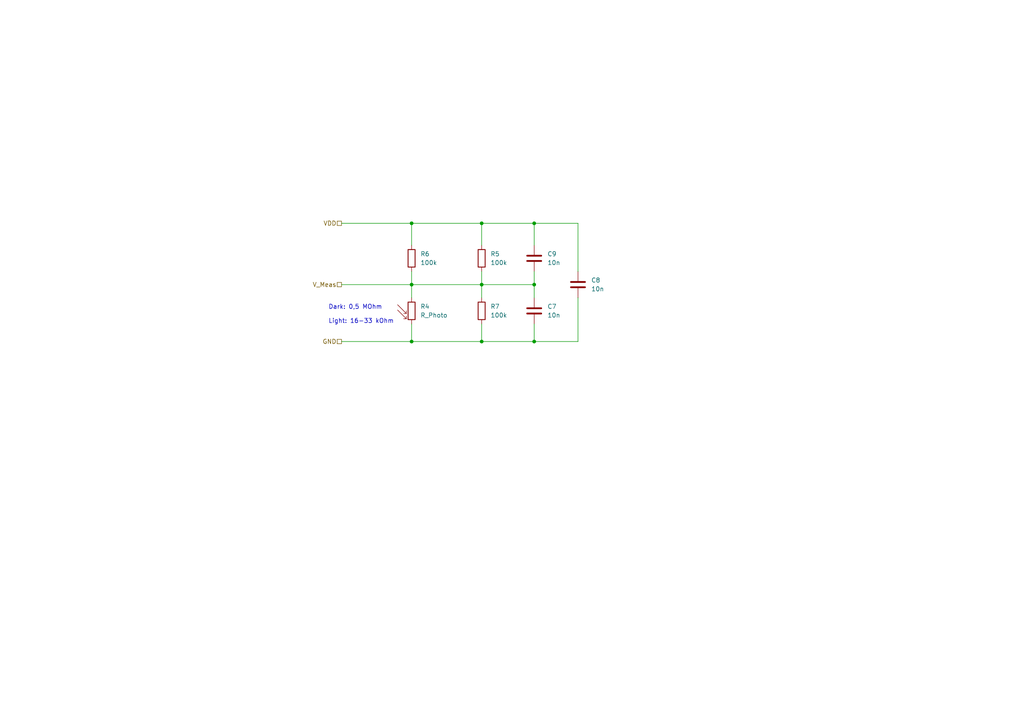
<source format=kicad_sch>
(kicad_sch (version 20230121) (generator eeschema)

  (uuid 276e9270-1ac9-4e3f-b1d9-0cbd51ddd27f)

  (paper "A4")

  (title_block
    (rev "0.1")
    (company "Németh Péter Bence")
    (comment 1 "Kandó Kálmán Villamosmérnöki Kar")
    (comment 2 "Óbudai Egyetem")
  )

  (lib_symbols
    (symbol "Device:C" (pin_numbers hide) (pin_names (offset 0.254)) (in_bom yes) (on_board yes)
      (property "Reference" "C" (at 0.635 2.54 0)
        (effects (font (size 1.27 1.27)) (justify left))
      )
      (property "Value" "C" (at 0.635 -2.54 0)
        (effects (font (size 1.27 1.27)) (justify left))
      )
      (property "Footprint" "" (at 0.9652 -3.81 0)
        (effects (font (size 1.27 1.27)) hide)
      )
      (property "Datasheet" "~" (at 0 0 0)
        (effects (font (size 1.27 1.27)) hide)
      )
      (property "ki_keywords" "cap capacitor" (at 0 0 0)
        (effects (font (size 1.27 1.27)) hide)
      )
      (property "ki_description" "Unpolarized capacitor" (at 0 0 0)
        (effects (font (size 1.27 1.27)) hide)
      )
      (property "ki_fp_filters" "C_*" (at 0 0 0)
        (effects (font (size 1.27 1.27)) hide)
      )
      (symbol "C_0_1"
        (polyline
          (pts
            (xy -2.032 -0.762)
            (xy 2.032 -0.762)
          )
          (stroke (width 0.508) (type default))
          (fill (type none))
        )
        (polyline
          (pts
            (xy -2.032 0.762)
            (xy 2.032 0.762)
          )
          (stroke (width 0.508) (type default))
          (fill (type none))
        )
      )
      (symbol "C_1_1"
        (pin passive line (at 0 3.81 270) (length 2.794)
          (name "~" (effects (font (size 1.27 1.27))))
          (number "1" (effects (font (size 1.27 1.27))))
        )
        (pin passive line (at 0 -3.81 90) (length 2.794)
          (name "~" (effects (font (size 1.27 1.27))))
          (number "2" (effects (font (size 1.27 1.27))))
        )
      )
    )
    (symbol "Device:R" (pin_numbers hide) (pin_names (offset 0)) (in_bom yes) (on_board yes)
      (property "Reference" "R" (at 2.032 0 90)
        (effects (font (size 1.27 1.27)))
      )
      (property "Value" "R" (at 0 0 90)
        (effects (font (size 1.27 1.27)))
      )
      (property "Footprint" "" (at -1.778 0 90)
        (effects (font (size 1.27 1.27)) hide)
      )
      (property "Datasheet" "~" (at 0 0 0)
        (effects (font (size 1.27 1.27)) hide)
      )
      (property "ki_keywords" "R res resistor" (at 0 0 0)
        (effects (font (size 1.27 1.27)) hide)
      )
      (property "ki_description" "Resistor" (at 0 0 0)
        (effects (font (size 1.27 1.27)) hide)
      )
      (property "ki_fp_filters" "R_*" (at 0 0 0)
        (effects (font (size 1.27 1.27)) hide)
      )
      (symbol "R_0_1"
        (rectangle (start -1.016 -2.54) (end 1.016 2.54)
          (stroke (width 0.254) (type default))
          (fill (type none))
        )
      )
      (symbol "R_1_1"
        (pin passive line (at 0 3.81 270) (length 1.27)
          (name "~" (effects (font (size 1.27 1.27))))
          (number "1" (effects (font (size 1.27 1.27))))
        )
        (pin passive line (at 0 -3.81 90) (length 1.27)
          (name "~" (effects (font (size 1.27 1.27))))
          (number "2" (effects (font (size 1.27 1.27))))
        )
      )
    )
    (symbol "Device:R_Photo" (pin_numbers hide) (pin_names (offset 0)) (in_bom yes) (on_board yes)
      (property "Reference" "R" (at 1.27 1.27 0)
        (effects (font (size 1.27 1.27)) (justify left))
      )
      (property "Value" "R_Photo" (at 1.27 0 0)
        (effects (font (size 1.27 1.27)) (justify left top))
      )
      (property "Footprint" "" (at 1.27 -6.35 90)
        (effects (font (size 1.27 1.27)) (justify left) hide)
      )
      (property "Datasheet" "~" (at 0 -1.27 0)
        (effects (font (size 1.27 1.27)) hide)
      )
      (property "ki_keywords" "resistor variable light sensitive opto LDR" (at 0 0 0)
        (effects (font (size 1.27 1.27)) hide)
      )
      (property "ki_description" "Photoresistor" (at 0 0 0)
        (effects (font (size 1.27 1.27)) hide)
      )
      (property "ki_fp_filters" "*LDR* R?LDR*" (at 0 0 0)
        (effects (font (size 1.27 1.27)) hide)
      )
      (symbol "R_Photo_0_1"
        (rectangle (start -1.016 2.54) (end 1.016 -2.54)
          (stroke (width 0.254) (type default))
          (fill (type none))
        )
        (polyline
          (pts
            (xy -1.524 -2.286)
            (xy -4.064 0.254)
          )
          (stroke (width 0) (type default))
          (fill (type none))
        )
        (polyline
          (pts
            (xy -1.524 -2.286)
            (xy -2.286 -2.286)
          )
          (stroke (width 0) (type default))
          (fill (type none))
        )
        (polyline
          (pts
            (xy -1.524 -2.286)
            (xy -1.524 -1.524)
          )
          (stroke (width 0) (type default))
          (fill (type none))
        )
        (polyline
          (pts
            (xy -1.524 -0.762)
            (xy -4.064 1.778)
          )
          (stroke (width 0) (type default))
          (fill (type none))
        )
        (polyline
          (pts
            (xy -1.524 -0.762)
            (xy -2.286 -0.762)
          )
          (stroke (width 0) (type default))
          (fill (type none))
        )
        (polyline
          (pts
            (xy -1.524 -0.762)
            (xy -1.524 0)
          )
          (stroke (width 0) (type default))
          (fill (type none))
        )
      )
      (symbol "R_Photo_1_1"
        (pin passive line (at 0 3.81 270) (length 1.27)
          (name "~" (effects (font (size 1.27 1.27))))
          (number "1" (effects (font (size 1.27 1.27))))
        )
        (pin passive line (at 0 -3.81 90) (length 1.27)
          (name "~" (effects (font (size 1.27 1.27))))
          (number "2" (effects (font (size 1.27 1.27))))
        )
      )
    )
  )

  (junction (at 154.94 64.77) (diameter 0) (color 0 0 0 0)
    (uuid 121ea391-6d8b-4fb8-b1d5-72d1bc30e819)
  )
  (junction (at 139.7 64.77) (diameter 0) (color 0 0 0 0)
    (uuid 2893a192-7166-4fd6-a9e7-afbc5c7b1598)
  )
  (junction (at 119.38 99.06) (diameter 0) (color 0 0 0 0)
    (uuid 4cccf1dd-14a6-4c80-acdc-c1ce4208939d)
  )
  (junction (at 154.94 82.55) (diameter 0) (color 0 0 0 0)
    (uuid 5cae848e-6a95-4f2a-88a4-a87c74dc4417)
  )
  (junction (at 119.38 64.77) (diameter 0) (color 0 0 0 0)
    (uuid 9035764c-1770-4d44-bcd1-b121f4f2f005)
  )
  (junction (at 139.7 99.06) (diameter 0) (color 0 0 0 0)
    (uuid 9e3b4536-dee8-4297-8f97-64a297eef1f7)
  )
  (junction (at 154.94 99.06) (diameter 0) (color 0 0 0 0)
    (uuid bfbbce0f-0e79-4e29-a500-512b5d2eff34)
  )
  (junction (at 119.38 82.55) (diameter 0) (color 0 0 0 0)
    (uuid ccb4c39e-9314-4e7a-805d-90b61880372e)
  )
  (junction (at 139.7 82.55) (diameter 0) (color 0 0 0 0)
    (uuid eee85b4c-9c39-4f20-b2f5-da74397e9dfe)
  )

  (wire (pts (xy 154.94 82.55) (xy 154.94 86.36))
    (stroke (width 0) (type default))
    (uuid 02c98a28-1599-460a-980c-7ff543178622)
  )
  (wire (pts (xy 167.64 64.77) (xy 154.94 64.77))
    (stroke (width 0) (type default))
    (uuid 233cc5ff-8dcd-4173-b9ec-d6f80f61743f)
  )
  (wire (pts (xy 99.06 99.06) (xy 119.38 99.06))
    (stroke (width 0) (type default))
    (uuid 38d1898e-231f-40b0-a3a7-16f2f46d2838)
  )
  (wire (pts (xy 139.7 82.55) (xy 154.94 82.55))
    (stroke (width 0) (type default))
    (uuid 3a73d267-c294-4518-bc05-1d4d521b998b)
  )
  (wire (pts (xy 139.7 64.77) (xy 119.38 64.77))
    (stroke (width 0) (type default))
    (uuid 4af92181-97ee-4e3d-852e-a23d482c5563)
  )
  (wire (pts (xy 167.64 86.36) (xy 167.64 99.06))
    (stroke (width 0) (type default))
    (uuid 4c4f0d99-be1d-47d9-b5a1-4625173af3d9)
  )
  (wire (pts (xy 139.7 99.06) (xy 154.94 99.06))
    (stroke (width 0) (type default))
    (uuid 5d237133-a9da-49bf-b913-278bf0125d7e)
  )
  (wire (pts (xy 139.7 64.77) (xy 139.7 71.12))
    (stroke (width 0) (type default))
    (uuid 5d820f2b-f66d-41b7-ac19-04a4687b7bcb)
  )
  (wire (pts (xy 119.38 64.77) (xy 119.38 71.12))
    (stroke (width 0) (type default))
    (uuid 6396a9d4-63de-406f-99dc-e9b68ae3a69a)
  )
  (wire (pts (xy 154.94 64.77) (xy 154.94 71.12))
    (stroke (width 0) (type default))
    (uuid 720771e2-7040-4ec7-80af-8704125d7310)
  )
  (wire (pts (xy 119.38 93.98) (xy 119.38 99.06))
    (stroke (width 0) (type default))
    (uuid 89841f86-1ffa-436d-9d5c-6e646850dfe7)
  )
  (wire (pts (xy 154.94 78.74) (xy 154.94 82.55))
    (stroke (width 0) (type default))
    (uuid 8b1068ab-a329-4914-b413-27f632a36668)
  )
  (wire (pts (xy 119.38 64.77) (xy 99.06 64.77))
    (stroke (width 0) (type default))
    (uuid 8bbae83f-5c5f-4fa3-90e9-de7caba9f00b)
  )
  (wire (pts (xy 154.94 99.06) (xy 167.64 99.06))
    (stroke (width 0) (type default))
    (uuid 8f7de678-cf86-417d-b268-9b367632f3c9)
  )
  (wire (pts (xy 119.38 78.74) (xy 119.38 82.55))
    (stroke (width 0) (type default))
    (uuid 903a6874-61b8-4b79-ae40-a19421976101)
  )
  (wire (pts (xy 154.94 64.77) (xy 139.7 64.77))
    (stroke (width 0) (type default))
    (uuid 9a0bf52d-cece-4b6b-b4d8-4ae205e1fc97)
  )
  (wire (pts (xy 119.38 99.06) (xy 139.7 99.06))
    (stroke (width 0) (type default))
    (uuid ae45b262-79ce-4b0a-8d3d-e2cc1c9d2467)
  )
  (wire (pts (xy 154.94 93.98) (xy 154.94 99.06))
    (stroke (width 0) (type default))
    (uuid b0233907-2c7d-4945-9a0b-f0c07889279f)
  )
  (wire (pts (xy 167.64 78.74) (xy 167.64 64.77))
    (stroke (width 0) (type default))
    (uuid b1405ff3-8f60-49d3-8b9a-575e90fb44d9)
  )
  (wire (pts (xy 119.38 82.55) (xy 139.7 82.55))
    (stroke (width 0) (type default))
    (uuid b32d29da-5f08-44f9-b11b-f59ef30efa4c)
  )
  (wire (pts (xy 139.7 93.98) (xy 139.7 99.06))
    (stroke (width 0) (type default))
    (uuid c02cdd9c-839b-4196-a70c-5101f91d2d76)
  )
  (wire (pts (xy 139.7 82.55) (xy 139.7 86.36))
    (stroke (width 0) (type default))
    (uuid cb962f08-086d-47fc-9d5d-9d1b6a495774)
  )
  (wire (pts (xy 99.06 82.55) (xy 119.38 82.55))
    (stroke (width 0) (type default))
    (uuid d2835164-bf71-4df2-8f77-0ebb99a9c5e4)
  )
  (wire (pts (xy 139.7 78.74) (xy 139.7 82.55))
    (stroke (width 0) (type default))
    (uuid e6053848-6521-4fd6-ade2-2aa3ae124c94)
  )
  (wire (pts (xy 119.38 82.55) (xy 119.38 86.36))
    (stroke (width 0) (type default))
    (uuid ebc57495-efad-4705-8922-e2f384c06093)
  )

  (text "Dark: 0,5 MOhm\n\nLight: 16-33 kOhm\n" (at 95.25 93.98 0)
    (effects (font (size 1.27 1.27)) (justify left bottom))
    (uuid d03e2b9b-e6c7-4149-af49-ab303332f863)
  )

  (hierarchical_label "V_Meas" (shape passive) (at 99.06 82.55 180) (fields_autoplaced)
    (effects (font (size 1.27 1.27)) (justify right))
    (uuid 142949c9-b589-4cad-a227-7decadd8bee6)
  )
  (hierarchical_label "GND" (shape passive) (at 99.06 99.06 180) (fields_autoplaced)
    (effects (font (size 1.27 1.27)) (justify right))
    (uuid a37559bb-bd4d-467f-9a4a-159b67654773)
  )
  (hierarchical_label "VDD" (shape passive) (at 99.06 64.77 180) (fields_autoplaced)
    (effects (font (size 1.27 1.27)) (justify right))
    (uuid bb03dd01-3e72-43f1-ad73-5f20d100adbb)
  )

  (symbol (lib_id "Device:C") (at 154.94 74.93 0) (unit 1)
    (in_bom yes) (on_board yes) (dnp no) (fields_autoplaced)
    (uuid 467a424e-5e63-4dca-abf1-6c1bcc133515)
    (property "Reference" "C9" (at 158.75 73.66 0)
      (effects (font (size 1.27 1.27)) (justify left))
    )
    (property "Value" "10n" (at 158.75 76.2 0)
      (effects (font (size 1.27 1.27)) (justify left))
    )
    (property "Footprint" "Capacitor_SMD:C_0603_1608Metric" (at 155.9052 78.74 0)
      (effects (font (size 1.27 1.27)) hide)
    )
    (property "Datasheet" "~" (at 154.94 74.93 0)
      (effects (font (size 1.27 1.27)) hide)
    )
    (pin "1" (uuid a8e0f76c-1bde-448d-b0f2-efbb6d6ce988))
    (pin "2" (uuid 2e03b759-7dcc-48e4-9e76-a76557a6bd97))
    (instances
      (project "NB_IoT_Wheather"
        (path "/b43fc418-fc2e-45fe-88c6-05be9d7ccc47/b40c203e-a305-41b3-adb5-420bdbaf6b21"
          (reference "C9") (unit 1)
        )
      )
    )
  )

  (symbol (lib_id "Device:C") (at 154.94 90.17 0) (unit 1)
    (in_bom yes) (on_board yes) (dnp no) (fields_autoplaced)
    (uuid 69c5e977-ec59-4b8c-805a-822200575903)
    (property "Reference" "C7" (at 158.75 88.9 0)
      (effects (font (size 1.27 1.27)) (justify left))
    )
    (property "Value" "10n" (at 158.75 91.44 0)
      (effects (font (size 1.27 1.27)) (justify left))
    )
    (property "Footprint" "Capacitor_SMD:C_0603_1608Metric" (at 155.9052 93.98 0)
      (effects (font (size 1.27 1.27)) hide)
    )
    (property "Datasheet" "~" (at 154.94 90.17 0)
      (effects (font (size 1.27 1.27)) hide)
    )
    (pin "1" (uuid 991fb0d3-6a26-4e21-b74a-d1e60d987dd2))
    (pin "2" (uuid ccf77bac-44b6-4239-8cc6-f80b69960b88))
    (instances
      (project "NB_IoT_Wheather"
        (path "/b43fc418-fc2e-45fe-88c6-05be9d7ccc47/b40c203e-a305-41b3-adb5-420bdbaf6b21"
          (reference "C7") (unit 1)
        )
      )
    )
  )

  (symbol (lib_id "Device:C") (at 167.64 82.55 0) (unit 1)
    (in_bom yes) (on_board yes) (dnp no) (fields_autoplaced)
    (uuid 7a017403-0930-4a91-8267-28e753f6415f)
    (property "Reference" "C8" (at 171.45 81.28 0)
      (effects (font (size 1.27 1.27)) (justify left))
    )
    (property "Value" "10n" (at 171.45 83.82 0)
      (effects (font (size 1.27 1.27)) (justify left))
    )
    (property "Footprint" "Capacitor_SMD:C_0603_1608Metric" (at 168.6052 86.36 0)
      (effects (font (size 1.27 1.27)) hide)
    )
    (property "Datasheet" "~" (at 167.64 82.55 0)
      (effects (font (size 1.27 1.27)) hide)
    )
    (pin "1" (uuid 6ecd86b0-398d-44af-8443-c1876b16bd23))
    (pin "2" (uuid f7932bba-d9ca-41bc-8a7f-77ecedda9edb))
    (instances
      (project "NB_IoT_Wheather"
        (path "/b43fc418-fc2e-45fe-88c6-05be9d7ccc47/b40c203e-a305-41b3-adb5-420bdbaf6b21"
          (reference "C8") (unit 1)
        )
      )
    )
  )

  (symbol (lib_id "Device:R") (at 139.7 74.93 0) (unit 1)
    (in_bom yes) (on_board yes) (dnp no) (fields_autoplaced)
    (uuid 8105669c-e9cf-4d6d-812d-2e98e96ae274)
    (property "Reference" "R5" (at 142.24 73.66 0)
      (effects (font (size 1.27 1.27)) (justify left))
    )
    (property "Value" "100k" (at 142.24 76.2 0)
      (effects (font (size 1.27 1.27)) (justify left))
    )
    (property "Footprint" "Resistor_SMD:R_0603_1608Metric_Pad0.98x0.95mm_HandSolder" (at 137.922 74.93 90)
      (effects (font (size 1.27 1.27)) hide)
    )
    (property "Datasheet" "~" (at 139.7 74.93 0)
      (effects (font (size 1.27 1.27)) hide)
    )
    (pin "1" (uuid c53693ff-1193-4d8b-babe-2ce54f7f3f3e))
    (pin "2" (uuid b624788a-6d21-4bc8-9589-fa7b20f2438f))
    (instances
      (project "NB_IoT_Wheather"
        (path "/b43fc418-fc2e-45fe-88c6-05be9d7ccc47/b40c203e-a305-41b3-adb5-420bdbaf6b21"
          (reference "R5") (unit 1)
        )
      )
    )
  )

  (symbol (lib_id "Device:R_Photo") (at 119.38 90.17 0) (unit 1)
    (in_bom yes) (on_board yes) (dnp no) (fields_autoplaced)
    (uuid c4314ac7-a6bd-49d8-aff9-d681b039179c)
    (property "Reference" "R4" (at 121.92 88.9 0)
      (effects (font (size 1.27 1.27)) (justify left))
    )
    (property "Value" "R_Photo" (at 121.92 91.44 0)
      (effects (font (size 1.27 1.27)) (justify left))
    )
    (property "Footprint" "Package_TO_SOT_THT:TO-8-2" (at 120.65 96.52 90)
      (effects (font (size 1.27 1.27)) (justify left) hide)
    )
    (property "Datasheet" "~" (at 119.38 91.44 0)
      (effects (font (size 1.27 1.27)) hide)
    )
    (property "Mouser" "https://hu.mouser.com/ProductDetail/Advanced-Photonix/PDV-P8103?qs=tlsG%2FOw5FFiMv0vIkPUhuA%3D%3D" (at 119.38 90.17 0)
      (effects (font (size 1.27 1.27)) hide)
    )
    (pin "2" (uuid 46272536-5bae-4e68-a7f4-2700000b8c42))
    (pin "1" (uuid 71e4aa28-a798-4e01-8f8d-2a86d8c0a421))
    (instances
      (project "NB_IoT_Wheather"
        (path "/b43fc418-fc2e-45fe-88c6-05be9d7ccc47/b40c203e-a305-41b3-adb5-420bdbaf6b21"
          (reference "R4") (unit 1)
        )
      )
    )
  )

  (symbol (lib_id "Device:R") (at 139.7 90.17 0) (unit 1)
    (in_bom yes) (on_board yes) (dnp no) (fields_autoplaced)
    (uuid c99ed663-21ef-4144-bd6a-aaf650dbda40)
    (property "Reference" "R7" (at 142.24 88.9 0)
      (effects (font (size 1.27 1.27)) (justify left))
    )
    (property "Value" "100k" (at 142.24 91.44 0)
      (effects (font (size 1.27 1.27)) (justify left))
    )
    (property "Footprint" "Resistor_SMD:R_0603_1608Metric_Pad0.98x0.95mm_HandSolder" (at 137.922 90.17 90)
      (effects (font (size 1.27 1.27)) hide)
    )
    (property "Datasheet" "~" (at 139.7 90.17 0)
      (effects (font (size 1.27 1.27)) hide)
    )
    (pin "1" (uuid 2cc2f923-c265-4699-a823-fbd6e37bb26e))
    (pin "2" (uuid b8d69e62-28e5-4a0b-924c-455d5e115f42))
    (instances
      (project "NB_IoT_Wheather"
        (path "/b43fc418-fc2e-45fe-88c6-05be9d7ccc47/b40c203e-a305-41b3-adb5-420bdbaf6b21"
          (reference "R7") (unit 1)
        )
      )
    )
  )

  (symbol (lib_id "Device:R") (at 119.38 74.93 0) (unit 1)
    (in_bom yes) (on_board yes) (dnp no) (fields_autoplaced)
    (uuid fdf7a5d6-2b99-42d4-a996-3da140fdedd9)
    (property "Reference" "R6" (at 121.92 73.66 0)
      (effects (font (size 1.27 1.27)) (justify left))
    )
    (property "Value" "100k" (at 121.92 76.2 0)
      (effects (font (size 1.27 1.27)) (justify left))
    )
    (property "Footprint" "Resistor_SMD:R_0603_1608Metric_Pad0.98x0.95mm_HandSolder" (at 117.602 74.93 90)
      (effects (font (size 1.27 1.27)) hide)
    )
    (property "Datasheet" "~" (at 119.38 74.93 0)
      (effects (font (size 1.27 1.27)) hide)
    )
    (pin "1" (uuid 7afede5e-5f41-4096-8cfa-64d3a37da347))
    (pin "2" (uuid d2c3cee6-153d-4843-a215-b1688e6103be))
    (instances
      (project "NB_IoT_Wheather"
        (path "/b43fc418-fc2e-45fe-88c6-05be9d7ccc47/b40c203e-a305-41b3-adb5-420bdbaf6b21"
          (reference "R6") (unit 1)
        )
      )
    )
  )
)

</source>
